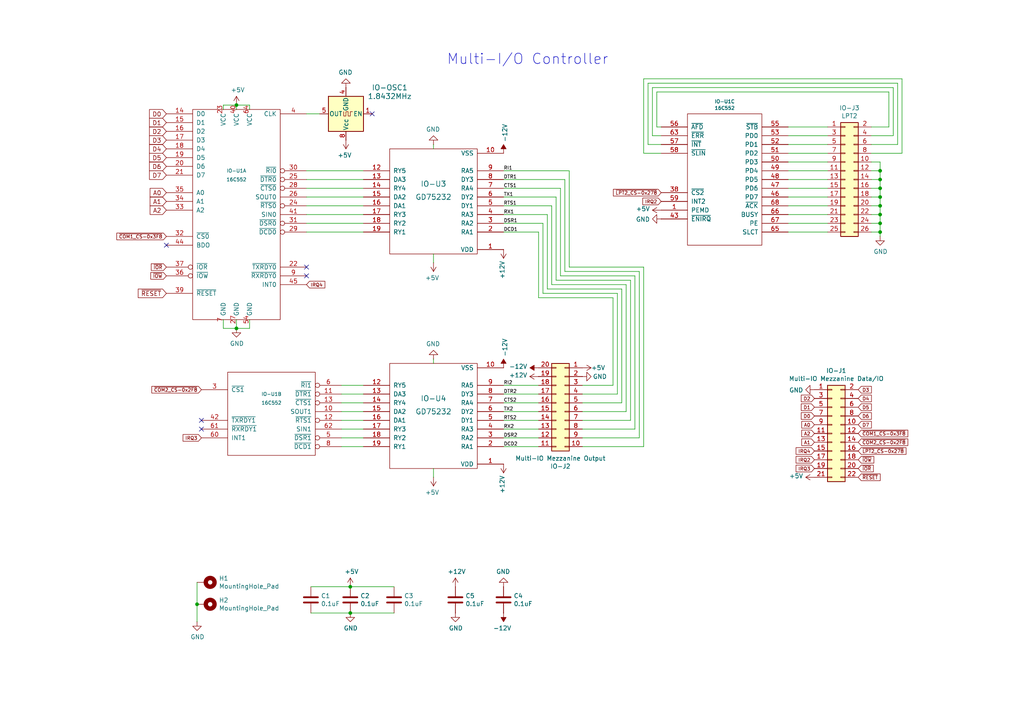
<source format=kicad_sch>
(kicad_sch (version 20250114) (generator "eeschema") (generator_version "9.0")
  (paper "A4")
  (title_block (title "Tandy EX/HX 3-in-1 v2.0 Mutli-IO Mezzanine") (date "2021-10-14") (rev "1.2") (company "Rob Krenicki") (comment 1 "OSHW - Creative Commons Attribution ShareAlike 3.0") (comment 2 "Derrived from designs by:  Sergey Kiselev, James Pearce, Adrian Black"))
  (lib_symbols
    (symbol "3-in-1dual-rescue:GD75232-isa_fdc-rescue-3-in-1-rescue-3-in-1-rescue-3-in-1dual-rescue" (pin_names (offset 1.016))
      (property "Reference" "U" (at 0 1.27 0))
      (property "Value" "3-in-1dual-rescue_GD75232-isa_fdc-rescue-3-in-1-rescue-3-in-1-rescue-3-in-1dual-rescue" (at 0 -1.27 0))
      (symbol "GD75232-isa_fdc-rescue-3-in-1-rescue-3-in-1-rescue-3-in-1dual-rescue_0_1"
        (rectangle (start -12.7 15.24) (end 12.7 -15.24))
      )
      (symbol "GD75232-isa_fdc-rescue-3-in-1-rescue-3-in-1-rescue-3-in-1dual-rescue_1_1"
        (pin power_in line (at -20.32 13.97 0) (length 7.62) (name "VDD") (number "1"))
        (pin input line (at -20.32 8.89 0) (length 7.62) (name "RA1") (number "2"))
        (pin input line (at -20.32 6.35 0) (length 7.62) (name "RA2") (number "3"))
        (pin input line (at -20.32 3.81 0) (length 7.62) (name "RA3") (number "4"))
        (pin output line (at -20.32 1.27 0) (length 7.62) (name "DY1") (number "5"))
        (pin output line (at -20.32 -1.27 0) (length 7.62) (name "DY2") (number "6"))
        (pin input line (at -20.32 -3.81 0) (length 7.62) (name "RA4") (number "7"))
        (pin output line (at -20.32 -6.35 0) (length 7.62) (name "DY3") (number "8"))
        (pin input line (at -20.32 -8.89 0) (length 7.62) (name "RA5") (number "9"))
        (pin power_in line (at -20.32 -13.97 0) (length 7.62) (name "VSS") (number "10"))
        (pin power_in line (at 0 15.24 270) (length 0) (hide yes) (name "VCC") (number "20"))
        (pin power_in line (at 0 -15.24 90) (length 0) (hide yes) (name "GND") (number "11"))
        (pin output line (at 20.32 8.89 180) (length 7.62) (name "RY1") (number "19"))
        (pin output line (at 20.32 6.35 180) (length 7.62) (name "RY2") (number "18"))
        (pin output line (at 20.32 3.81 180) (length 7.62) (name "RY3") (number "17"))
        (pin input line (at 20.32 1.27 180) (length 7.62) (name "DA1") (number "16"))
        (pin input line (at 20.32 -1.27 180) (length 7.62) (name "DA2") (number "15"))
        (pin output line (at 20.32 -3.81 180) (length 7.62) (name "RY4") (number "14"))
        (pin input line (at 20.32 -6.35 180) (length 7.62) (name "DA3") (number "13"))
        (pin output line (at 20.32 -8.89 180) (length 7.62) (name "RY5") (number "12"))
      )
    )
    (symbol "Connector_Generic:Conn_02x10_Counter_Clockwise" (pin_names (offset 1.016) (hide yes))
      (property "Reference" "J" (at 1.27 12.7 0))
      (property "Value" "Conn_02x10_Counter_Clockwise" (at 1.27 -15.24 0))
      (symbol "Conn_02x10_Counter_Clockwise_1_1"
        (rectangle (start -1.27 11.43) (end 3.81 -13.97) (stroke (width 0.254)) (fill (type background)))
        (rectangle (start -1.27 10.287) (end 0 10.033) (stroke (width 0.1524)))
        (rectangle (start -1.27 7.747) (end 0 7.493) (stroke (width 0.1524)))
        (rectangle (start -1.27 5.207) (end 0 4.953) (stroke (width 0.1524)))
        (rectangle (start -1.27 2.667) (end 0 2.413) (stroke (width 0.1524)))
        (rectangle (start -1.27 0.127) (end 0 -0.127) (stroke (width 0.1524)))
        (rectangle (start -1.27 -2.413) (end 0 -2.667) (stroke (width 0.1524)))
        (rectangle (start -1.27 -4.953) (end 0 -5.207) (stroke (width 0.1524)))
        (rectangle (start -1.27 -7.493) (end 0 -7.747) (stroke (width 0.1524)))
        (rectangle (start -1.27 -10.033) (end 0 -10.287) (stroke (width 0.1524)))
        (rectangle (start -1.27 -12.573) (end 0 -12.827) (stroke (width 0.1524)))
        (rectangle (start 3.81 10.287) (end 2.54 10.033) (stroke (width 0.1524)))
        (rectangle (start 3.81 7.747) (end 2.54 7.493) (stroke (width 0.1524)))
        (rectangle (start 3.81 5.207) (end 2.54 4.953) (stroke (width 0.1524)))
        (rectangle (start 3.81 2.667) (end 2.54 2.413) (stroke (width 0.1524)))
        (rectangle (start 3.81 0.127) (end 2.54 -0.127) (stroke (width 0.1524)))
        (rectangle (start 3.81 -2.413) (end 2.54 -2.667) (stroke (width 0.1524)))
        (rectangle (start 3.81 -4.953) (end 2.54 -5.207) (stroke (width 0.1524)))
        (rectangle (start 3.81 -7.493) (end 2.54 -7.747) (stroke (width 0.1524)))
        (rectangle (start 3.81 -10.033) (end 2.54 -10.287) (stroke (width 0.1524)))
        (rectangle (start 3.81 -12.573) (end 2.54 -12.827) (stroke (width 0.1524)))
        (pin passive line (at -5.08 10.16 0) (length 3.81) (name "Pin_1") (number "1"))
        (pin passive line (at -5.08 7.62 0) (length 3.81) (name "Pin_2") (number "2"))
        (pin passive line (at -5.08 5.08 0) (length 3.81) (name "Pin_3") (number "3"))
        (pin passive line (at -5.08 2.54 0) (length 3.81) (name "Pin_4") (number "4"))
        (pin passive line (at -5.08 0 0) (length 3.81) (name "Pin_5") (number "5"))
        (pin passive line (at -5.08 -2.54 0) (length 3.81) (name "Pin_6") (number "6"))
        (pin passive line (at -5.08 -5.08 0) (length 3.81) (name "Pin_7") (number "7"))
        (pin passive line (at -5.08 -7.62 0) (length 3.81) (name "Pin_8") (number "8"))
        (pin passive line (at -5.08 -10.16 0) (length 3.81) (name "Pin_9") (number "9"))
        (pin passive line (at -5.08 -12.7 0) (length 3.81) (name "Pin_10") (number "10"))
        (pin passive line (at 7.62 10.16 180) (length 3.81) (name "Pin_20") (number "20"))
        (pin passive line (at 7.62 7.62 180) (length 3.81) (name "Pin_19") (number "19"))
        (pin passive line (at 7.62 5.08 180) (length 3.81) (name "Pin_18") (number "18"))
        (pin passive line (at 7.62 2.54 180) (length 3.81) (name "Pin_17") (number "17"))
        (pin passive line (at 7.62 0 180) (length 3.81) (name "Pin_16") (number "16"))
        (pin passive line (at 7.62 -2.54 180) (length 3.81) (name "Pin_15") (number "15"))
        (pin passive line (at 7.62 -5.08 180) (length 3.81) (name "Pin_14") (number "14"))
        (pin passive line (at 7.62 -7.62 180) (length 3.81) (name "Pin_13") (number "13"))
        (pin passive line (at 7.62 -10.16 180) (length 3.81) (name "Pin_12") (number "12"))
        (pin passive line (at 7.62 -12.7 180) (length 3.81) (name "Pin_11") (number "11"))
      )
    )
    (symbol "Connector_Generic:Conn_02x11_Odd_Even" (pin_names (offset 1.016) (hide yes))
      (property "Reference" "J" (at 1.27 15.24 0))
      (property "Value" "Conn_02x11_Odd_Even" (at 1.27 -15.24 0))
      (symbol "Conn_02x11_Odd_Even_1_1"
        (rectangle (start -1.27 13.97) (end 3.81 -13.97) (stroke (width 0.254)) (fill (type background)))
        (rectangle (start -1.27 12.827) (end 0 12.573) (stroke (width 0.1524)))
        (rectangle (start -1.27 10.287) (end 0 10.033) (stroke (width 0.1524)))
        (rectangle (start -1.27 7.747) (end 0 7.493) (stroke (width 0.1524)))
        (rectangle (start -1.27 5.207) (end 0 4.953) (stroke (width 0.1524)))
        (rectangle (start -1.27 2.667) (end 0 2.413) (stroke (width 0.1524)))
        (rectangle (start -1.27 0.127) (end 0 -0.127) (stroke (width 0.1524)))
        (rectangle (start -1.27 -2.413) (end 0 -2.667) (stroke (width 0.1524)))
        (rectangle (start -1.27 -4.953) (end 0 -5.207) (stroke (width 0.1524)))
        (rectangle (start -1.27 -7.493) (end 0 -7.747) (stroke (width 0.1524)))
        (rectangle (start -1.27 -10.033) (end 0 -10.287) (stroke (width 0.1524)))
        (rectangle (start -1.27 -12.573) (end 0 -12.827) (stroke (width 0.1524)))
        (rectangle (start 3.81 12.827) (end 2.54 12.573) (stroke (width 0.1524)))
        (rectangle (start 3.81 10.287) (end 2.54 10.033) (stroke (width 0.1524)))
        (rectangle (start 3.81 7.747) (end 2.54 7.493) (stroke (width 0.1524)))
        (rectangle (start 3.81 5.207) (end 2.54 4.953) (stroke (width 0.1524)))
        (rectangle (start 3.81 2.667) (end 2.54 2.413) (stroke (width 0.1524)))
        (rectangle (start 3.81 0.127) (end 2.54 -0.127) (stroke (width 0.1524)))
        (rectangle (start 3.81 -2.413) (end 2.54 -2.667) (stroke (width 0.1524)))
        (rectangle (start 3.81 -4.953) (end 2.54 -5.207) (stroke (width 0.1524)))
        (rectangle (start 3.81 -7.493) (end 2.54 -7.747) (stroke (width 0.1524)))
        (rectangle (start 3.81 -10.033) (end 2.54 -10.287) (stroke (width 0.1524)))
        (rectangle (start 3.81 -12.573) (end 2.54 -12.827) (stroke (width 0.1524)))
        (pin passive line (at -5.08 12.7 0) (length 3.81) (name "Pin_1") (number "1"))
        (pin passive line (at -5.08 10.16 0) (length 3.81) (name "Pin_3") (number "3"))
        (pin passive line (at -5.08 7.62 0) (length 3.81) (name "Pin_5") (number "5"))
        (pin passive line (at -5.08 5.08 0) (length 3.81) (name "Pin_7") (number "7"))
        (pin passive line (at -5.08 2.54 0) (length 3.81) (name "Pin_9") (number "9"))
        (pin passive line (at -5.08 0 0) (length 3.81) (name "Pin_11") (number "11"))
        (pin passive line (at -5.08 -2.54 0) (length 3.81) (name "Pin_13") (number "13"))
        (pin passive line (at -5.08 -5.08 0) (length 3.81) (name "Pin_15") (number "15"))
        (pin passive line (at -5.08 -7.62 0) (length 3.81) (name "Pin_17") (number "17"))
        (pin passive line (at -5.08 -10.16 0) (length 3.81) (name "Pin_19") (number "19"))
        (pin passive line (at -5.08 -12.7 0) (length 3.81) (name "Pin_21") (number "21"))
        (pin passive line (at 7.62 12.7 180) (length 3.81) (name "Pin_2") (number "2"))
        (pin passive line (at 7.62 10.16 180) (length 3.81) (name "Pin_4") (number "4"))
        (pin passive line (at 7.62 7.62 180) (length 3.81) (name "Pin_6") (number "6"))
        (pin passive line (at 7.62 5.08 180) (length 3.81) (name "Pin_8") (number "8"))
        (pin passive line (at 7.62 2.54 180) (length 3.81) (name "Pin_10") (number "10"))
        (pin passive line (at 7.62 0 180) (length 3.81) (name "Pin_12") (number "12"))
        (pin passive line (at 7.62 -2.54 180) (length 3.81) (name "Pin_14") (number "14"))
        (pin passive line (at 7.62 -5.08 180) (length 3.81) (name "Pin_16") (number "16"))
        (pin passive line (at 7.62 -7.62 180) (length 3.81) (name "Pin_18") (number "18"))
        (pin passive line (at 7.62 -10.16 180) (length 3.81) (name "Pin_20") (number "20"))
        (pin passive line (at 7.62 -12.7 180) (length 3.81) (name "Pin_22") (number "22"))
      )
    )
    (symbol "Connector_Generic:Conn_02x13_Odd_Even" (pin_names (offset 1.016) (hide yes))
      (property "Reference" "J" (at 1.27 17.78 0))
      (property "Value" "Conn_02x13_Odd_Even" (at 1.27 -17.78 0))
      (symbol "Conn_02x13_Odd_Even_1_1"
        (rectangle (start -1.27 16.51) (end 3.81 -16.51) (stroke (width 0.254)) (fill (type background)))
        (rectangle (start -1.27 15.367) (end 0 15.113) (stroke (width 0.1524)))
        (rectangle (start -1.27 12.827) (end 0 12.573) (stroke (width 0.1524)))
        (rectangle (start -1.27 10.287) (end 0 10.033) (stroke (width 0.1524)))
        (rectangle (start -1.27 7.747) (end 0 7.493) (stroke (width 0.1524)))
        (rectangle (start -1.27 5.207) (end 0 4.953) (stroke (width 0.1524)))
        (rectangle (start -1.27 2.667) (end 0 2.413) (stroke (width 0.1524)))
        (rectangle (start -1.27 0.127) (end 0 -0.127) (stroke (width 0.1524)))
        (rectangle (start -1.27 -2.413) (end 0 -2.667) (stroke (width 0.1524)))
        (rectangle (start -1.27 -4.953) (end 0 -5.207) (stroke (width 0.1524)))
        (rectangle (start -1.27 -7.493) (end 0 -7.747) (stroke (width 0.1524)))
        (rectangle (start -1.27 -10.033) (end 0 -10.287) (stroke (width 0.1524)))
        (rectangle (start -1.27 -12.573) (end 0 -12.827) (stroke (width 0.1524)))
        (rectangle (start -1.27 -15.113) (end 0 -15.367) (stroke (width 0.1524)))
        (rectangle (start 3.81 15.367) (end 2.54 15.113) (stroke (width 0.1524)))
        (rectangle (start 3.81 12.827) (end 2.54 12.573) (stroke (width 0.1524)))
        (rectangle (start 3.81 10.287) (end 2.54 10.033) (stroke (width 0.1524)))
        (rectangle (start 3.81 7.747) (end 2.54 7.493) (stroke (width 0.1524)))
        (rectangle (start 3.81 5.207) (end 2.54 4.953) (stroke (width 0.1524)))
        (rectangle (start 3.81 2.667) (end 2.54 2.413) (stroke (width 0.1524)))
        (rectangle (start 3.81 0.127) (end 2.54 -0.127) (stroke (width 0.1524)))
        (rectangle (start 3.81 -2.413) (end 2.54 -2.667) (stroke (width 0.1524)))
        (rectangle (start 3.81 -4.953) (end 2.54 -5.207) (stroke (width 0.1524)))
        (rectangle (start 3.81 -7.493) (end 2.54 -7.747) (stroke (width 0.1524)))
        (rectangle (start 3.81 -10.033) (end 2.54 -10.287) (stroke (width 0.1524)))
        (rectangle (start 3.81 -12.573) (end 2.54 -12.827) (stroke (width 0.1524)))
        (rectangle (start 3.81 -15.113) (end 2.54 -15.367) (stroke (width 0.1524)))
        (pin passive line (at -5.08 15.24 0) (length 3.81) (name "Pin_1") (number "1"))
        (pin passive line (at -5.08 12.7 0) (length 3.81) (name "Pin_3") (number "3"))
        (pin passive line (at -5.08 10.16 0) (length 3.81) (name "Pin_5") (number "5"))
        (pin passive line (at -5.08 7.62 0) (length 3.81) (name "Pin_7") (number "7"))
        (pin passive line (at -5.08 5.08 0) (length 3.81) (name "Pin_9") (number "9"))
        (pin passive line (at -5.08 2.54 0) (length 3.81) (name "Pin_11") (number "11"))
        (pin passive line (at -5.08 0 0) (length 3.81) (name "Pin_13") (number "13"))
        (pin passive line (at -5.08 -2.54 0) (length 3.81) (name "Pin_15") (number "15"))
        (pin passive line (at -5.08 -5.08 0) (length 3.81) (name "Pin_17") (number "17"))
        (pin passive line (at -5.08 -7.62 0) (length 3.81) (name "Pin_19") (number "19"))
        (pin passive line (at -5.08 -10.16 0) (length 3.81) (name "Pin_21") (number "21"))
        (pin passive line (at -5.08 -12.7 0) (length 3.81) (name "Pin_23") (number "23"))
        (pin passive line (at -5.08 -15.24 0) (length 3.81) (name "Pin_25") (number "25"))
        (pin passive line (at 7.62 15.24 180) (length 3.81) (name "Pin_2") (number "2"))
        (pin passive line (at 7.62 12.7 180) (length 3.81) (name "Pin_4") (number "4"))
        (pin passive line (at 7.62 10.16 180) (length 3.81) (name "Pin_6") (number "6"))
        (pin passive line (at 7.62 7.62 180) (length 3.81) (name "Pin_8") (number "8"))
        (pin passive line (at 7.62 5.08 180) (length 3.81) (name "Pin_10") (number "10"))
        (pin passive line (at 7.62 2.54 180) (length 3.81) (name "Pin_12") (number "12"))
        (pin passive line (at 7.62 0 180) (length 3.81) (name "Pin_14") (number "14"))
        (pin passive line (at 7.62 -2.54 180) (length 3.81) (name "Pin_16") (number "16"))
        (pin passive line (at 7.62 -5.08 180) (length 3.81) (name "Pin_18") (number "18"))
        (pin passive line (at 7.62 -7.62 180) (length 3.81) (name "Pin_20") (number "20"))
        (pin passive line (at 7.62 -10.16 180) (length 3.81) (name "Pin_22") (number "22"))
        (pin passive line (at 7.62 -12.7 180) (length 3.81) (name "Pin_24") (number "24"))
        (pin passive line (at 7.62 -15.24 180) (length 3.81) (name "Pin_26") (number "26"))
      )
    )
    (symbol "Device:C" (pin_numbers (hide yes)) (pin_names (offset 0.254))
      (property "Reference" "C" (at 0.635 2.54 0))
      (property "Value" "C" (at 0.635 -2.54 0))
      (symbol "C_0_1"
        (polyline (pts (xy -2.032 0.762) (xy 2.032 0.762)) (stroke (width 0.508)))
        (polyline (pts (xy -2.032 -0.762) (xy 2.032 -0.762)) (stroke (width 0.508)))
      )
      (symbol "C_1_1"
        (pin passive line (at 0 3.81 270) (length 2.794) (name "~") (number "1"))
        (pin passive line (at 0 -3.81 90) (length 2.794) (name "~") (number "2"))
      )
    )
    (symbol "Mechanical:MountingHole_Pad" (pin_numbers (hide yes)) (pin_names (offset 1.016) (hide yes)) (in_bom no)
      (property "Reference" "H" (at 0 6.35 0))
      (property "Value" "MountingHole_Pad" (at 0 4.445 0))
      (symbol "MountingHole_Pad_0_1"
        (circle (center 0 1.27) (radius 1.27) (stroke (width 1.27)))
      )
      (symbol "MountingHole_Pad_1_1"
        (pin input line (at 0 -2.54 90) (length 2.54) (name "1") (number "1"))
      )
    )
    (symbol "Oscillator:CXO_DIP8" (pin_names (offset 0.254))
      (property "Reference" "Y" (at -5.08 6.35 0))
      (property "Value" "CXO_DIP8" (at 1.27 -6.35 0))
      (symbol "CXO_DIP8_0_1"
        (rectangle (start -5.08 5.08) (end 5.08 -5.08) (stroke (width 0.254)) (fill (type background)))
        (polyline (pts (xy -1.905 -0.635) (xy -1.27 -0.635) (xy -1.27 0.635) (xy -0.635 0.635) (xy -0.635 -0.635) (xy 0 -0.635) (xy 0 0.635) (xy 0.635 0.635) (xy 0.635 -0.635)))
      )
      (symbol "CXO_DIP8_1_1"
        (pin input line (at -7.62 0 0) (length 2.54) (name "EN") (number "1"))
        (pin power_in line (at 0 7.62 270) (length 2.54) (name "Vcc") (number "8"))
        (pin power_in line (at 0 -7.62 90) (length 2.54) (name "GND") (number "4"))
        (pin output line (at 7.62 0 180) (length 2.54) (name "OUT") (number "5"))
      )
    )
    (symbol "UART:16C552" (pin_names (offset 1.016))
      (property "Reference" "U" (at 0 0 0))
      (property "Value" "UART_16C552" (at 0 -2.54 0))
      (symbol "16C552_1_1"
        (rectangle (start -12.7 17.78) (end 12.7 -43.18))
        (pin tri_state line (at -20.32 16.51 0) (length 7.62) (name "D0") (number "14"))
        (pin tri_state line (at -20.32 13.97 0) (length 7.62) (name "D1") (number "15"))
        (pin tri_state line (at -20.32 11.43 0) (length 7.62) (name "D2") (number "16"))
        (pin tri_state line (at -20.32 8.89 0) (length 7.62) (name "D3") (number "17"))
        (pin tri_state line (at -20.32 6.35 0) (length 7.62) (name "D4") (number "18"))
        (pin tri_state line (at -20.32 3.81 0) (length 7.62) (name "D5") (number "19"))
        (pin tri_state line (at -20.32 1.27 0) (length 7.62) (name "D6") (number "20"))
        (pin tri_state line (at -20.32 -1.27 0) (length 7.62) (name "D7") (number "21"))
        (pin input line (at -20.32 -6.35 0) (length 7.62) (name "A0") (number "35"))
        (pin input line (at -20.32 -8.89 0) (length 7.62) (name "A1") (number "34"))
        (pin input line (at -20.32 -11.43 0) (length 7.62) (name "A2") (number "33"))
        (pin input line (at -20.32 -19.05 0) (length 7.62) (name "~{CS0}") (number "32"))
        (pin output line (at -20.32 -21.59 0) (length 7.62) (name "BDO") (number "44"))
        (pin input inverted (at -20.32 -27.94 0) (length 7.62) (name "~{IOR}") (number "37"))
        (pin input inverted (at -20.32 -30.48 0) (length 7.62) (name "~{IOW}") (number "36"))
        (pin input line (at -20.32 -35.56 0) (length 7.62) (name "~{RESET}") (number "39"))
        (pin power_in line (at -3.81 17.78 270) (length 0) (name "VCC") (number "23"))
        (pin power_in line (at -3.81 -43.18 90) (length 0) (name "GND") (number "7"))
        (pin power_in line (at 0 17.78 270) (length 0) (name "VCC") (number "40"))
        (pin power_in line (at 0 -43.18 90) (length 0) (name "GND") (number "27"))
        (pin power_in line (at 3.81 17.78 270) (length 0) (name "VCC") (number "64"))
        (pin power_in line (at 3.81 -43.18 90) (length 0) (name "GND") (number "54"))
        (pin input line (at 20.32 16.51 180) (length 7.62) (name "CLK") (number "4"))
        (pin input inverted (at 20.32 0 180) (length 7.62) (name "~{RI0}") (number "30"))
        (pin output inverted (at 20.32 -2.54 180) (length 7.62) (name "~{DTR0}") (number "25"))
        (pin input inverted (at 20.32 -5.08 180) (length 7.62) (name "~{CTS0}") (number "28"))
        (pin output line (at 20.32 -7.62 180) (length 7.62) (name "SOUT0") (number "26"))
        (pin output inverted (at 20.32 -10.16 180) (length 7.62) (name "~{RTS0}") (number "24"))
        (pin input line (at 20.32 -12.7 180) (length 7.62) (name "SIN0") (number "41"))
        (pin input inverted (at 20.32 -15.24 180) (length 7.62) (name "~{DSR0}") (number "31"))
        (pin input inverted (at 20.32 -17.78 180) (length 7.62) (name "~{DCD0}") (number "29"))
        (pin output line (at 20.32 -27.94 180) (length 7.62) (name "~{TXRDY0}") (number "22"))
        (pin output line (at 20.32 -30.48 180) (length 7.62) (name "~{RXRDY0}") (number "9"))
        (pin output line (at 20.32 -33.02 180) (length 7.62) (name "INT0") (number "45"))
      )
      (symbol "16C552_2_1"
        (rectangle (start -12.7 3.81) (end 12.7 -20.32))
        (pin input line (at -20.32 -1.27 0) (length 7.62) (name "~{CS1}") (number "3"))
        (pin output line (at -20.32 -10.16 0) (length 7.62) (name "~{TXRDY1}") (number "42"))
        (pin output line (at -20.32 -12.7 0) (length 7.62) (name "~{RXRDY1}") (number "61"))
        (pin input line (at -20.32 -15.24 0) (length 7.62) (name "INT1") (number "60"))
        (pin input inverted (at 20.32 0 180) (length 7.62) (name "~{RI1}") (number "6"))
        (pin output inverted (at 20.32 -2.54 180) (length 7.62) (name "~{DTR1}") (number "11"))
        (pin input inverted (at 20.32 -5.08 180) (length 7.62) (name "~{CTS1}") (number "13"))
        (pin output line (at 20.32 -7.62 180) (length 7.62) (name "SOUT1") (number "10"))
        (pin output inverted (at 20.32 -10.16 180) (length 7.62) (name "~{RTS1}") (number "12"))
        (pin input line (at 20.32 -12.7 180) (length 7.62) (name "SIN1") (number "62"))
        (pin input inverted (at 20.32 -15.24 180) (length 7.62) (name "~{DSR1}") (number "5"))
        (pin input inverted (at 20.32 -17.78 180) (length 7.62) (name "~{DCD1}") (number "8"))
      )
      (symbol "16C552_3_1"
        (rectangle (start -10.16 8.89) (end 11.43 -29.21))
        (pin bidirectional line (at -17.78 5.08 0) (length 7.62) (name "~{AFD}") (number "56"))
        (pin input line (at -17.78 2.54 0) (length 7.62) (name "~{ERR}") (number "63"))
        (pin bidirectional line (at -17.78 0 0) (length 7.62) (name "~{INT}") (number "57"))
        (pin bidirectional line (at -17.78 -2.54 0) (length 7.62) (name "~{SLIN}") (number "58"))
        (pin input line (at -17.78 -13.97 0) (length 7.62) (name "~{CS2}") (number "38"))
        (pin output line (at -17.78 -16.51 0) (length 7.62) (name "INT2") (number "59"))
        (pin input line (at -17.78 -19.05 0) (length 7.62) (name "PEMD") (number "1"))
        (pin input line (at -17.78 -21.59 0) (length 7.62) (name "~{ENIRQ}") (number "43"))
        (pin bidirectional line (at 19.05 5.08 180) (length 7.62) (name "~{STB}") (number "55"))
        (pin bidirectional line (at 19.05 2.54 180) (length 7.62) (name "PD0") (number "53"))
        (pin bidirectional line (at 19.05 0 180) (length 7.62) (name "PD1") (number "52"))
        (pin bidirectional line (at 19.05 -2.54 180) (length 7.62) (name "PD2") (number "51"))
        (pin bidirectional line (at 19.05 -5.08 180) (length 7.62) (name "PD3") (number "50"))
        (pin bidirectional line (at 19.05 -7.62 180) (length 7.62) (name "PD4") (number "49"))
        (pin bidirectional line (at 19.05 -10.16 180) (length 7.62) (name "PD5") (number "48"))
        (pin bidirectional line (at 19.05 -12.7 180) (length 7.62) (name "PD6") (number "47"))
        (pin bidirectional line (at 19.05 -15.24 180) (length 7.62) (name "PD7") (number "46"))
        (pin input line (at 19.05 -17.78 180) (length 7.62) (name "~{ACK}") (number "68"))
        (pin input line (at 19.05 -20.32 180) (length 7.62) (name "BUSY") (number "66"))
        (pin input line (at 19.05 -22.86 180) (length 7.62) (name "PE") (number "67"))
        (pin input line (at 19.05 -25.4 180) (length 7.62) (name "SLCT") (number "65"))
      )
    )
    (symbol "power:+12V" (power) (pin_numbers (hide yes)) (pin_names (offset 0) (hide yes))
      (property "Value" "+12V" (at 0 3.556 0))
      (symbol "+12V_0_1"
        (polyline (pts (xy -0.762 1.27) (xy 0 2.54)))
        (polyline (pts (xy 0 2.54) (xy 0.762 1.27)))
        (polyline (pts (xy 0 0) (xy 0 2.54)))
      )
      (symbol "+12V_1_1"
        (pin power_in line (at 0 0 90) (length 0) (name "~") (number "1"))
      )
    )
    (symbol "power:+5V" (power) (pin_numbers (hide yes)) (pin_names (offset 0) (hide yes))
      (property "Value" "+5V" (at 0 3.556 0))
      (symbol "+5V_0_1"
        (polyline (pts (xy -0.762 1.27) (xy 0 2.54)))
        (polyline (pts (xy 0 2.54) (xy 0.762 1.27)))
        (polyline (pts (xy 0 0) (xy 0 2.54)))
      )
      (symbol "+5V_1_1"
        (pin power_in line (at 0 0 90) (length 0) (name "~") (number "1"))
      )
    )
    (symbol "power:-12V" (power) (pin_numbers (hide yes)) (pin_names (offset 0) (hide yes))
      (property "Value" "-12V" (at 0 3.556 0))
      (symbol "-12V_0_0"
        (pin power_in line (at 0 0 90) (length 0) (name "~") (number "1"))
      )
      (symbol "-12V_0_1"
        (polyline (pts (xy 0 0) (xy 0 1.27) (xy 0.762 1.27) (xy 0 2.54) (xy -0.762 1.27) (xy 0 1.27)) (fill (type outline)))
      )
    )
    (symbol "power:GND" (power) (pin_numbers (hide yes)) (pin_names (offset 0) (hide yes))
      (property "Value" "GND" (at 0 -3.81 0))
      (symbol "GND_0_1"
        (polyline (pts (xy 0 0) (xy 0 -1.27) (xy 1.27 -1.27) (xy 0 -2.54) (xy -1.27 -1.27) (xy 0 -1.27)))
      )
      (symbol "GND_1_1"
        (pin power_in line (at 0 0 270) (length 0) (name "~") (number "1"))
      )
    )
  )
  (text "Multi-I/O Controller" (at 129.54 19.05 0) (effects (font (size 2.9972 2.9972)) (justify left bottom)))
  (junction (at 255.27 62.23))
  (junction (at 255.27 64.77))
  (junction (at 57.15 175.26))
  (junction (at 101.6 170.18))
  (junction (at 255.27 49.53))
  (junction (at 255.27 52.07))
  (junction (at 255.27 59.69))
  (junction (at 68.58 95.25))
  (junction (at 255.27 67.31))
  (junction (at 255.27 54.61))
  (junction (at 68.58 30.48))
  (junction (at 255.27 57.15))
  (junction (at 101.6 177.8))
  (no_connect (at 58.42 124.46))
  (no_connect (at 48.26 71.12))
  (no_connect (at 88.9 80.01))
  (no_connect (at 88.9 77.47))
  (no_connect (at 58.42 121.92))
  (no_connect (at 107.95 33.02))
  (wire (pts (xy 261.62 44.45) (xy 252.73 44.45)))
  (wire (pts (xy 252.73 67.31) (xy 255.27 67.31)))
  (wire (pts (xy 255.27 62.23) (xy 255.27 64.77)))
  (wire (pts (xy 257.81 26.67) (xy 257.81 36.83)))
  (wire (pts (xy 185.42 127) (xy 185.42 78.74)))
  (wire (pts (xy 177.8 111.76) (xy 177.8 86.36)))
  (wire (pts (xy 186.69 22.86) (xy 261.62 22.86)))
  (wire (pts (xy 255.27 64.77) (xy 255.27 67.31)))
  (wire (pts (xy 64.77 31.75) (xy 64.77 30.48)))
  (wire (pts (xy 228.6 41.91) (xy 240.03 41.91)))
  (wire (pts (xy 168.91 116.84) (xy 180.34 116.84)))
  (wire (pts (xy 157.48 85.09) (xy 157.48 64.77)))
  (wire (pts (xy 240.03 54.61) (xy 228.6 54.61)))
  (wire (pts (xy 186.69 44.45) (xy 186.69 22.86)))
  (wire (pts (xy 168.91 129.54) (xy 186.69 129.54)))
  (wire (pts (xy 146.05 114.3) (xy 156.21 114.3)))
  (wire (pts (xy 90.17 170.18) (xy 101.6 170.18)))
  (wire (pts (xy 228.6 62.23) (xy 240.03 62.23)))
  (wire (pts (xy 165.1 77.47) (xy 165.1 49.53)))
  (wire (pts (xy 177.8 86.36) (xy 156.21 86.36)))
  (wire (pts (xy 255.27 54.61) (xy 255.27 57.15)))
  (wire (pts (xy 72.39 95.25) (xy 72.39 92.71)))
  (wire (pts (xy 187.96 24.13) (xy 260.35 24.13)))
  (wire (pts (xy 105.41 121.92) (xy 99.06 121.92)))
  (wire (pts (xy 146.05 111.76) (xy 156.21 111.76)))
  (wire (pts (xy 72.39 30.48) (xy 72.39 31.75)))
  (wire (pts (xy 240.03 39.37) (xy 228.6 39.37)))
  (wire (pts (xy 228.6 46.99) (xy 240.03 46.99)))
  (wire (pts (xy 146.05 64.77) (xy 157.48 64.77)))
  (wire (pts (xy 191.77 44.45) (xy 186.69 44.45)))
  (wire (pts (xy 101.6 177.8) (xy 90.17 177.8)))
  (wire (pts (xy 252.73 49.53) (xy 255.27 49.53)))
  (wire (pts (xy 99.06 119.38) (xy 105.41 119.38)))
  (wire (pts (xy 160.02 59.69) (xy 160.02 82.55)))
  (wire (pts (xy 146.05 54.61) (xy 162.56 54.61)))
  (wire (pts (xy 255.27 67.31) (xy 255.27 68.58)))
  (wire (pts (xy 146.05 57.15) (xy 161.29 57.15)))
  (wire (pts (xy 68.58 30.48) (xy 68.58 31.75)))
  (wire (pts (xy 160.02 82.55) (xy 181.61 82.55)))
  (wire (pts (xy 99.06 124.46) (xy 105.41 124.46)))
  (wire (pts (xy 105.41 116.84) (xy 99.06 116.84)))
  (wire (pts (xy 125.73 104.14) (xy 125.73 105.41)))
  (wire (pts (xy 184.15 124.46) (xy 184.15 80.01)))
  (wire (pts (xy 261.62 22.86) (xy 261.62 44.45)))
  (wire (pts (xy 64.77 95.25) (xy 68.58 95.25)))
  (wire (pts (xy 255.27 59.69) (xy 255.27 62.23)))
  (wire (pts (xy 180.34 83.82) (xy 158.75 83.82)))
  (wire (pts (xy 114.3 170.18) (xy 101.6 170.18)))
  (wire (pts (xy 189.23 39.37) (xy 189.23 25.4)))
  (wire (pts (xy 228.6 57.15) (xy 240.03 57.15)))
  (wire (pts (xy 190.5 36.83) (xy 190.5 26.67)))
  (wire (pts (xy 189.23 25.4) (xy 259.08 25.4)))
  (wire (pts (xy 156.21 86.36) (xy 156.21 67.31)))
  (wire (pts (xy 252.73 59.69) (xy 255.27 59.69)))
  (wire (pts (xy 186.69 129.54) (xy 186.69 77.47)))
  (wire (pts (xy 57.15 168.91) (xy 57.15 175.26)))
  (wire (pts (xy 88.9 49.53) (xy 105.41 49.53)))
  (wire (pts (xy 88.9 54.61) (xy 105.41 54.61)))
  (wire (pts (xy 99.06 129.54) (xy 105.41 129.54)))
  (wire (pts (xy 186.69 77.47) (xy 165.1 77.47)))
  (wire (pts (xy 252.73 62.23) (xy 255.27 62.23)))
  (wire (pts (xy 252.73 64.77) (xy 255.27 64.77)))
  (wire (pts (xy 168.91 121.92) (xy 182.88 121.92)))
  (wire (pts (xy 168.91 114.3) (xy 179.07 114.3)))
  (wire (pts (xy 146.05 67.31) (xy 156.21 67.31)))
  (wire (pts (xy 125.73 138.43) (xy 125.73 135.89)))
  (wire (pts (xy 240.03 44.45) (xy 228.6 44.45)))
  (wire (pts (xy 105.41 52.07) (xy 88.9 52.07)))
  (wire (pts (xy 162.56 80.01) (xy 162.56 54.61)))
  (wire (pts (xy 105.41 62.23) (xy 88.9 62.23)))
  (wire (pts (xy 252.73 52.07) (xy 255.27 52.07)))
  (wire (pts (xy 187.96 41.91) (xy 187.96 24.13)))
  (wire (pts (xy 182.88 81.28) (xy 161.29 81.28)))
  (wire (pts (xy 146.05 119.38) (xy 156.21 119.38)))
  (wire (pts (xy 168.91 127) (xy 185.42 127)))
  (wire (pts (xy 146.05 129.54) (xy 156.21 129.54)))
  (wire (pts (xy 64.77 30.48) (xy 68.58 30.48)))
  (wire (pts (xy 105.41 127) (xy 99.06 127)))
  (wire (pts (xy 114.3 177.8) (xy 101.6 177.8)))
  (wire (pts (xy 57.15 175.26) (xy 57.15 180.34)))
  (wire (pts (xy 99.06 111.76) (xy 105.41 111.76)))
  (wire (pts (xy 68.58 30.48) (xy 72.39 30.48)))
  (wire (pts (xy 255.27 46.99) (xy 255.27 49.53)))
  (wire (pts (xy 168.91 124.46) (xy 184.15 124.46)))
  (wire (pts (xy 105.41 67.31) (xy 88.9 67.31)))
  (wire (pts (xy 146.05 116.84) (xy 156.21 116.84)))
  (wire (pts (xy 181.61 82.55) (xy 181.61 119.38)))
  (wire (pts (xy 191.77 39.37) (xy 189.23 39.37)))
  (wire (pts (xy 255.27 52.07) (xy 255.27 54.61)))
  (wire (pts (xy 240.03 64.77) (xy 228.6 64.77)))
  (wire (pts (xy 88.9 59.69) (xy 105.41 59.69)))
  (wire (pts (xy 228.6 36.83) (xy 240.03 36.83)))
  (wire (pts (xy 185.42 78.74) (xy 163.83 78.74)))
  (wire (pts (xy 180.34 116.84) (xy 180.34 83.82)))
  (wire (pts (xy 190.5 26.67) (xy 257.81 26.67)))
  (wire (pts (xy 158.75 83.82) (xy 158.75 62.23)))
  (wire (pts (xy 168.91 111.76) (xy 177.8 111.76)))
  (wire (pts (xy 260.35 41.91) (xy 252.73 41.91)))
  (wire (pts (xy 257.81 36.83) (xy 252.73 36.83)))
  (wire (pts (xy 179.07 114.3) (xy 179.07 85.09)))
  (wire (pts (xy 125.73 41.91) (xy 125.73 43.18)))
  (wire (pts (xy 68.58 95.25) (xy 72.39 95.25)))
  (wire (pts (xy 163.83 78.74) (xy 163.83 52.07)))
  (wire (pts (xy 146.05 52.07) (xy 163.83 52.07)))
  (wire (pts (xy 252.73 54.61) (xy 255.27 54.61)))
  (wire (pts (xy 146.05 59.69) (xy 160.02 59.69)))
  (wire (pts (xy 146.05 49.53) (xy 165.1 49.53)))
  (wire (pts (xy 260.35 24.13) (xy 260.35 41.91)))
  (wire (pts (xy 259.08 39.37) (xy 252.73 39.37)))
  (wire (pts (xy 191.77 41.91) (xy 187.96 41.91)))
  (wire (pts (xy 105.41 57.15) (xy 88.9 57.15)))
  (wire (pts (xy 228.6 52.07) (xy 240.03 52.07)))
  (wire (pts (xy 88.9 33.02) (xy 92.71 33.02)))
  (wire (pts (xy 182.88 121.92) (xy 182.88 81.28)))
  (wire (pts (xy 255.27 49.53) (xy 255.27 52.07)))
  (wire (pts (xy 161.29 81.28) (xy 161.29 57.15)))
  (wire (pts (xy 179.07 85.09) (xy 157.48 85.09)))
  (wire (pts (xy 240.03 59.69) (xy 228.6 59.69)))
  (wire (pts (xy 99.06 114.3) (xy 105.41 114.3)))
  (wire (pts (xy 228.6 67.31) (xy 240.03 67.31)))
  (wire (pts (xy 252.73 46.99) (xy 255.27 46.99)))
  (wire (pts (xy 240.03 49.53) (xy 228.6 49.53)))
  (wire (pts (xy 146.05 127) (xy 156.21 127)))
  (wire (pts (xy 146.05 62.23) (xy 158.75 62.23)))
  (wire (pts (xy 181.61 119.38) (xy 168.91 119.38)))
  (wire (pts (xy 252.73 57.15) (xy 255.27 57.15)))
  (wire (pts (xy 68.58 95.25) (xy 68.58 92.71)))
  (wire (pts (xy 146.05 124.46) (xy 156.21 124.46)))
  (wire (pts (xy 184.15 80.01) (xy 162.56 80.01)))
  (wire (pts (xy 255.27 57.15) (xy 255.27 59.69)))
  (wire (pts (xy 146.05 121.92) (xy 156.21 121.92)))
  (wire (pts (xy 64.77 92.71) (xy 64.77 95.25)))
  (wire (pts (xy 88.9 64.77) (xy 105.41 64.77)))
  (wire (pts (xy 191.77 36.83) (xy 190.5 36.83)))
  (wire (pts (xy 259.08 25.4) (xy 259.08 39.37)))
  (wire (pts (xy 125.73 76.2) (xy 125.73 73.66)))
  (label "DSR1" (at 146.05 64.77 0) (effects (font (size 0.9906 0.9906))))
  (label "TX2" (at 146.05 119.38 0) (effects (font (size 0.9906 0.9906))))
  (label "RX2" (at 146.05 124.46 0) (effects (font (size 0.9906 0.9906))))
  (label "TX1" (at 146.05 57.15 0) (effects (font (size 0.9906 0.9906))))
  (label "DTR2" (at 146.05 114.3 0) (effects (font (size 0.9906 0.9906))))
  (label "RTS1" (at 146.05 59.69 0) (effects (font (size 0.9906 0.9906))))
  (label "RI1" (at 146.05 49.53 0) (effects (font (size 0.9906 0.9906))))
  (label "DSR2" (at 146.05 127 0) (effects (font (size 0.9906 0.9906))))
  (label "DTR1" (at 146.05 52.07 0) (effects (font (size 0.9906 0.9906))))
  (label "DCD1" (at 146.05 67.31 0) (effects (font (size 0.9906 0.9906))))
  (label "DCD2" (at 146.05 129.54 0) (effects (font (size 0.9906 0.9906))))
  (label "CTS1" (at 146.05 54.61 0) (effects (font (size 0.9906 0.9906))))
  (label "RI2" (at 146.05 111.76 0) (effects (font (size 0.9906 0.9906))))
  (label "RTS2" (at 146.05 121.92 0) (effects (font (size 0.9906 0.9906))))
  (label "CTS2" (at 146.05 116.84 0) (effects (font (size 0.9906 0.9906))))
  (label "RX1" (at 146.05 62.23 0) (effects (font (size 0.9906 0.9906))))
  (global_label "IRQ3" (shape input) (at 58.42 127 180) (effects (font (size 0.9906 0.9906))) (property "Intersheetrefs" "${INTERSHEET_REFS}" (effects (hide yes))))
  (global_label "D1" (shape input) (at 48.26 35.56 180) (property "Intersheetrefs" "${INTERSHEET_REFS}" (effects (hide yes))))
  (global_label "~{COM1_CS-0x3F8}" (shape input) (at 248.92 125.73 0) (effects (font (size 0.9906 0.9906))) (property "Intersheetrefs" "${INTERSHEET_REFS}" (effects (hide yes))))
  (global_label "~{IOW}" (shape input) (at 48.26 80.01 180) (effects (font (size 0.9906 0.9906))) (property "Intersheetrefs" "${INTERSHEET_REFS}" (effects (hide yes))))
  (global_label "D6" (shape input) (at 248.92 120.65 0) (effects (font (size 0.9906 0.9906))) (property "Intersheetrefs" "${INTERSHEET_REFS}" (effects (hide yes))))
  (global_label "~{LPT2_CS-0x278}" (shape input) (at 191.77 55.88 180) (effects (font (size 0.9906 0.9906))) (property "Intersheetrefs" "${INTERSHEET_REFS}" (effects (hide yes))))
  (global_label "A2" (shape input) (at 48.26 60.96 180) (property "Intersheetrefs" "${INTERSHEET_REFS}" (effects (hide yes))))
  (global_label "A1" (shape input) (at 236.22 128.27 180) (effects (font (size 0.9906 0.9906))) (property "Intersheetrefs" "${INTERSHEET_REFS}" (effects (hide yes))))
  (global_label "D2" (shape input) (at 236.22 115.57 180) (effects (font (size 0.9906 0.9906))) (property "Intersheetrefs" "${INTERSHEET_REFS}" (effects (hide yes))))
  (global_label "~{IOR}" (shape input) (at 248.92 135.89 0) (effects (font (size 0.9906 0.9906))) (property "Intersheetrefs" "${INTERSHEET_REFS}" (effects (hide yes))))
  (global_label "D6" (shape input) (at 48.26 48.26 180) (property "Intersheetrefs" "${INTERSHEET_REFS}" (effects (hide yes))))
  (global_label "D0" (shape input) (at 48.26 33.02 180) (property "Intersheetrefs" "${INTERSHEET_REFS}" (effects (hide yes))))
  (global_label "~{IOR}" (shape input) (at 48.26 77.47 180) (effects (font (size 0.9906 0.9906))) (property "Intersheetrefs" "${INTERSHEET_REFS}" (effects (hide yes))))
  (global_label "A1" (shape input) (at 48.26 58.42 180) (property "Intersheetrefs" "${INTERSHEET_REFS}" (effects (hide yes))))
  (global_label "IRQ3" (shape input) (at 236.22 135.89 180) (effects (font (size 0.9906 0.9906))) (property "Intersheetrefs" "${INTERSHEET_REFS}" (effects (hide yes))))
  (global_label "~{LPT2_CS-0x278}" (shape input) (at 248.92 130.81 0) (effects (font (size 0.9906 0.9906))) (property "Intersheetrefs" "${INTERSHEET_REFS}" (effects (hide yes))))
  (global_label "IRQ2" (shape input) (at 236.22 133.35 180) (effects (font (size 0.9906 0.9906))) (property "Intersheetrefs" "${INTERSHEET_REFS}" (effects (hide yes))))
  (global_label "~{COM2_CS-0x2F8}" (shape input) (at 248.92 128.27 0) (effects (font (size 0.9906 0.9906))) (property "Intersheetrefs" "${INTERSHEET_REFS}" (effects (hide yes))))
  (global_label "A2" (shape input) (at 236.22 125.73 180) (effects (font (size 0.9906 0.9906))) (property "Intersheetrefs" "${INTERSHEET_REFS}" (effects (hide yes))))
  (global_label "D1" (shape input) (at 236.22 118.11 180) (effects (font (size 0.9906 0.9906))) (property "Intersheetrefs" "${INTERSHEET_REFS}" (effects (hide yes))))
  (global_label "D7" (shape input) (at 48.26 50.8 180) (property "Intersheetrefs" "${INTERSHEET_REFS}" (effects (hide yes))))
  (global_label "D2" (shape input) (at 48.26 38.1 180) (property "Intersheetrefs" "${INTERSHEET_REFS}" (effects (hide yes))))
  (global_label "D5" (shape input) (at 248.92 118.11 0) (effects (font (size 0.9906 0.9906))) (property "Intersheetrefs" "${INTERSHEET_REFS}" (effects (hide yes))))
  (global_label "D3" (shape input) (at 248.92 113.03 0) (effects (font (size 0.9906 0.9906))) (property "Intersheetrefs" "${INTERSHEET_REFS}" (effects (hide yes))))
  (global_label "D4" (shape input) (at 48.26 43.18 180) (property "Intersheetrefs" "${INTERSHEET_REFS}" (effects (hide yes))))
  (global_label "~{COM1_CS-0x3F8}" (shape input) (at 48.26 68.58 180) (effects (font (size 0.9906 0.9906))) (property "Intersheetrefs" "${INTERSHEET_REFS}" (effects (hide yes))))
  (global_label "D5" (shape input) (at 48.26 45.72 180) (property "Intersheetrefs" "${INTERSHEET_REFS}" (effects (hide yes))))
  (global_label "~{RESET}" (shape input) (at 48.26 85.09 180) (property "Intersheetrefs" "${INTERSHEET_REFS}" (effects (hide yes))))
  (global_label "IRQ2" (shape input) (at 191.77 58.42 180) (effects (font (size 0.9906 0.9906))) (property "Intersheetrefs" "${INTERSHEET_REFS}" (effects (hide yes))))
  (global_label "~{COM2_CS-0x2F8}" (shape input) (at 58.42 113.03 180) (effects (font (size 0.9906 0.9906))) (property "Intersheetrefs" "${INTERSHEET_REFS}" (effects (hide yes))))
  (global_label "~{RESET}" (shape input) (at 248.92 138.43 0) (effects (font (size 0.9906 0.9906))) (property "Intersheetrefs" "${INTERSHEET_REFS}" (effects (hide yes))))
  (global_label "D7" (shape input) (at 248.92 123.19 0) (effects (font (size 0.9906 0.9906))) (property "Intersheetrefs" "${INTERSHEET_REFS}" (effects (hide yes))))
  (global_label "IRQ4" (shape input) (at 236.22 130.81 180) (effects (font (size 0.9906 0.9906))) (property "Intersheetrefs" "${INTERSHEET_REFS}" (effects (hide yes))))
  (global_label "~{IOW}" (shape input) (at 248.92 133.35 0) (effects (font (size 0.9906 0.9906))) (property "Intersheetrefs" "${INTERSHEET_REFS}" (effects (hide yes))))
  (global_label "IRQ4" (shape input) (at 88.9 82.55 0) (effects (font (size 0.9906 0.9906))) (property "Intersheetrefs" "${INTERSHEET_REFS}" (effects (hide yes))))
  (global_label "A0" (shape input) (at 48.26 55.88 180) (property "Intersheetrefs" "${INTERSHEET_REFS}" (effects (hide yes))))
  (global_label "D4" (shape input) (at 248.92 115.57 0) (effects (font (size 0.9906 0.9906))) (property "Intersheetrefs" "${INTERSHEET_REFS}" (effects (hide yes))))
  (global_label "D0" (shape input) (at 236.22 120.65 180) (effects (font (size 0.9906 0.9906))) (property "Intersheetrefs" "${INTERSHEET_REFS}" (effects (hide yes))))
  (global_label "A0" (shape input) (at 236.22 123.19 180) (effects (font (size 0.9906 0.9906))) (property "Intersheetrefs" "${INTERSHEET_REFS}" (effects (hide yes))))
  (global_label "D3" (shape input) (at 48.26 40.64 180) (property "Intersheetrefs" "${INTERSHEET_REFS}" (effects (hide yes))))
  (symbol (lib_id "power:GND") (at 100.33 25.4 180) (unit 1)
    (property "Reference" "#PWR0103" (effects (hide yes)))
    (property "Value" "GND" (at 100.203 21.0058 0))
  )
  (symbol (lib_id "power:GND") (at 68.58 95.25 0) (unit 1)
    (property "Reference" "#PWR0104" (effects (hide yes)))
    (property "Value" "GND" (at 68.707 99.6442 0))
  )
  (symbol (lib_id "power:-12V") (at 146.05 44.45 0) (unit 1)
    (property "Reference" "#PWR0105" (effects (hide yes)))
    (property "Value" "-12V" (at 146.431 41.1988 90) (effects (justify left)))
  )
  (symbol (lib_id "power:+12V") (at 146.05 72.39 180) (unit 1)
    (property "Reference" "#PWR0106" (effects (hide yes)))
    (property "Value" "+12V" (at 145.669 75.6412 90) (effects (justify left)))
  )
  (symbol (lib_id "Oscillator:CXO_DIP8") (at 100.33 33.02 180) (unit 1)
    (property "Reference" "IO-OSC1" (at 113.03 25.4 0) (effects (font (size 1.524 1.524))))
    (property "Value" "1.8432MHz" (at 113.03 27.94 0) (effects (font (size 1.524 1.524))))
    (property "Footprint" "Oscillator:Oscillator_DIP-8" (effects (hide yes)))
  )
  (symbol (lib_id "power:+5V") (at 68.58 30.48 0) (unit 1)
    (property "Reference" "#PWR0107" (effects (hide yes)))
    (property "Value" "+5V" (at 68.961 26.0858 0))
  )
  (symbol (lib_id "power:+5V") (at 100.33 40.64 180) (unit 1)
    (property "Reference" "#PWR0108" (effects (hide yes)))
    (property "Value" "+5V" (at 99.949 45.0342 0))
  )
  (symbol (lib_id "power:+5V") (at 125.73 76.2 180) (unit 1)
    (property "Reference" "#PWR0109" (effects (hide yes)))
    (property "Value" "+5V" (at 125.349 80.5942 0))
  )
  (symbol (lib_id "power:GND") (at 125.73 41.91 180) (unit 1)
    (property "Reference" "#PWR0110" (effects (hide yes)))
    (property "Value" "GND" (at 125.603 37.5158 0))
  )
  (symbol (lib_id "3-in-1dual-rescue:GD75232-isa_fdc-rescue-3-in-1-rescue-3-in-1-rescue-3-in-1dual-rescue") (at 125.73 58.42 180) (unit 1)
    (property "Reference" "IO-U3" (at 125.73 53.34 0) (effects (font (size 1.524 1.524))))
    (property "Value" "GD75232" (at 125.73 57.15 0) (effects (font (size 1.524 1.524))))
    (property "Footprint" "Package_DIP:DIP-20_W7.62mm" (effects (hide yes)))
  )
  (symbol (lib_id "UART:16C552") (at 68.58 49.53 0) (unit 1)
    (property "Reference" "IO-U1" (at 68.58 49.53 0) (effects (font (size 0.9906 0.9906))))
    (property "Value" "16C552" (at 68.58 52.07 0) (effects (font (size 0.9906 0.9906))))
    (property "Footprint" "Package_LCC:PLCC-68_THT-Socket" (effects (hide yes)))
  )
  (symbol (lib_id "power:-12V") (at 146.05 106.68 0) (unit 1)
    (property "Reference" "#PWR0111" (effects (hide yes)))
    (property "Value" "-12V" (at 146.431 103.4288 90) (effects (justify left)))
  )
  (symbol (lib_id "power:+12V") (at 146.05 134.62 180) (unit 1)
    (property "Reference" "#PWR0112" (effects (hide yes)))
    (property "Value" "+12V" (at 145.669 137.8712 90) (effects (justify left)))
  )
  (symbol (lib_id "power:+5V") (at 125.73 138.43 180) (unit 1)
    (property "Reference" "#PWR0113" (effects (hide yes)))
    (property "Value" "+5V" (at 125.349 142.8242 0))
  )
  (symbol (lib_id "power:GND") (at 125.73 104.14 180) (unit 1)
    (property "Reference" "#PWR0114" (effects (hide yes)))
    (property "Value" "GND" (at 125.603 99.7458 0))
  )
  (symbol (lib_id "3-in-1dual-rescue:GD75232-isa_fdc-rescue-3-in-1-rescue-3-in-1-rescue-3-in-1dual-rescue") (at 125.73 120.65 180) (unit 1)
    (property "Reference" "IO-U4" (at 125.73 115.57 0) (effects (font (size 1.524 1.524))))
    (property "Value" "GD75232" (at 125.73 119.38 0) (effects (font (size 1.524 1.524))))
    (property "Footprint" "Package_DIP:DIP-20_W7.62mm" (effects (hide yes)))
  )
  (symbol (lib_id "UART:16C552") (at 78.74 111.76 0) (unit 2)
    (property "Reference" "IO-U1" (at 78.74 114.3 0) (effects (font (size 0.9906 0.9906))))
    (property "Value" "16C552" (at 78.74 116.84 0) (effects (font (size 0.9906 0.9906))))
    (property "Footprint" "Package_LCC:PLCC-68_THT-Socket" (effects (hide yes)))
  )
  (symbol (lib_id "Connector_Generic:Conn_02x13_Odd_Even") (at 245.11 52.07 0) (unit 1)
    (property "Reference" "IO-J3" (at 246.38 31.3182 0))
    (property "Value" "LPT2" (at 246.38 33.6296 0))
    (property "Footprint" "Connector_PinHeader_2.54mm:PinHeader_2x13_P2.54mm_Horizontal" (effects (hide yes)))
  )
  (symbol (lib_id "power:GND") (at 255.27 68.58 0) (unit 1)
    (property "Reference" "#PWR0115" (effects (hide yes)))
    (property "Value" "GND" (at 255.397 72.9742 0))
  )
  (symbol (lib_id "UART:16C552") (at 209.55 41.91 0) (unit 3)
    (property "Reference" "IO-U1" (at 210.185 29.4386 0) (effects (font (size 0.9906 0.9906))))
    (property "Value" "16C552" (at 210.185 31.3436 0) (effects (font (size 0.9906 0.9906))))
    (property "Footprint" "Package_LCC:PLCC-68_THT-Socket" (effects (hide yes)))
  )
  (symbol (lib_id "power:+5V") (at 191.77 60.96 90) (unit 1)
    (property "Reference" "#PWR0116" (effects (hide yes)))
    (property "Value" "+5V" (at 188.5188 60.579 90) (effects (justify left)))
  )
  (symbol (lib_id "power:GND") (at 191.77 63.5 270) (unit 1)
    (property "Reference" "#PWR0117" (effects (hide yes)))
    (property "Value" "GND" (at 188.5188 63.627 90) (effects (justify right)))
  )
  (symbol (lib_id "Connector_Generic:Conn_02x10_Counter_Clockwise") (at 163.83 116.84 0) (mirror y) (unit 1)
    (property "Reference" "IO-J2" (at 162.56 135.255 0))
    (property "Value" "Multi-IO Mezzanine Output" (at 162.56 132.9436 0))
    (property "Footprint" "Connector_PinSocket_2.54mm:PinSocket_2x10_P2.54mm_Vertical" (effects (hide yes)))
  )
  (symbol (lib_id "Connector_Generic:Conn_02x11_Odd_Even") (at 241.3 125.73 0) (unit 1)
    (property "Reference" "IO-J1" (at 242.57 107.5182 0))
    (property "Value" "Multi-IO Mezzanine Data/IO" (at 242.57 109.8296 0))
    (property "Footprint" "Connector_PinSocket_2.54mm:PinSocket_2x11_P2.54mm_Vertical" (effects (hide yes)))
  )
  (symbol (lib_id "power:GND") (at 236.22 113.03 270) (unit 1)
    (property "Reference" "#PWR0122" (effects (hide yes)))
    (property "Value" "GND" (at 232.9688 113.157 90) (effects (justify right)))
  )
  (symbol (lib_id "power:+5V") (at 236.22 138.43 90) (unit 1)
    (property "Reference" "#PWR0123" (effects (hide yes)))
    (property "Value" "+5V" (at 232.9688 138.049 90) (effects (justify left)))
  )
  (symbol (lib_id "power:GND") (at 168.91 109.22 90) (unit 1)
    (property "Reference" "#PWR0124" (effects (hide yes)))
    (property "Value" "GND" (at 173.99 109.22 90))
  )
  (symbol (lib_id "power:+5V") (at 168.91 106.68 270) (unit 1)
    (property "Reference" "#PWR0125" (effects (hide yes)))
    (property "Value" "+5V" (at 171.45 106.68 90) (effects (justify left)))
  )
  (symbol (lib_id "Device:C") (at 132.08 173.99 0) (unit 1)
    (property "Reference" "C5" (at 135.001 172.8216 0) (effects (justify left)))
    (property "Value" "0.1uF" (at 135.001 175.133 0) (effects (justify left)))
    (property "Footprint" "Capacitor_THT:C_Disc_D3.0mm_W2.0mm_P2.50mm" (effects (hide yes)))
  )
  (symbol (lib_id "Device:C") (at 146.05 173.99 0) (unit 1)
    (property "Reference" "C4" (at 148.971 172.8216 0) (effects (justify left)))
    (property "Value" "0.1uF" (at 148.971 175.133 0) (effects (justify left)))
    (property "Footprint" "Capacitor_THT:C_Disc_D3.0mm_W2.0mm_P2.50mm" (effects (hide yes)))
  )
  (symbol (lib_id "power:GND") (at 132.08 177.8 0) (unit 1)
    (property "Reference" "#PWR0118" (effects (hide yes)))
    (property "Value" "GND" (at 132.207 182.1942 0))
  )
  (symbol (lib_id "power:GND") (at 146.05 170.18 180) (unit 1)
    (property "Reference" "#PWR0119" (effects (hide yes)))
    (property "Value" "GND" (at 145.923 165.7858 0))
  )
  (symbol (lib_id "power:-12V") (at 146.05 177.8 180) (unit 1)
    (property "Reference" "#PWR0120" (effects (hide yes)))
    (property "Value" "-12V" (at 145.669 182.1942 0))
  )
  (symbol (lib_id "power:+12V") (at 132.08 170.18 0) (unit 1)
    (property "Reference" "#PWR0121" (effects (hide yes)))
    (property "Value" "+12V" (at 132.461 165.7858 0))
  )
  (symbol (lib_id "power:+12V") (at 156.21 109.22 90) (unit 1)
    (property "Reference" "#PWR0126" (effects (hide yes)))
    (property "Value" "+12V" (at 152.9588 108.839 90) (effects (justify left)))
  )
  (symbol (lib_id "power:-12V") (at 156.21 106.68 90) (unit 1)
    (property "Reference" "#PWR0127" (effects (hide yes)))
    (property "Value" "-12V" (at 152.9588 106.299 90) (effects (justify left)))
  )
  (symbol (lib_id "Device:C") (at 101.6 173.99 0) (unit 1)
    (property "Reference" "C2" (at 104.521 172.8216 0) (effects (justify left)))
    (property "Value" "0.1uF" (at 104.521 175.133 0) (effects (justify left)))
    (property "Footprint" "Capacitor_THT:C_Disc_D3.0mm_W2.0mm_P2.50mm" (effects (hide yes)))
  )
  (symbol (lib_id "Device:C") (at 114.3 173.99 0) (unit 1)
    (property "Reference" "C3" (at 117.221 172.8216 0) (effects (justify left)))
    (property "Value" "0.1uF" (at 117.221 175.133 0) (effects (justify left)))
    (property "Footprint" "Capacitor_THT:C_Disc_D3.0mm_W2.0mm_P2.50mm" (effects (hide yes)))
  )
  (symbol (lib_id "Device:C") (at 90.17 173.99 0) (unit 1)
    (property "Reference" "C1" (at 93.091 172.8216 0) (effects (justify left)))
    (property "Value" "0.1uF" (at 93.091 175.133 0) (effects (justify left)))
    (property "Footprint" "Capacitor_THT:C_Disc_D3.0mm_W2.0mm_P2.50mm" (effects (hide yes)))
  )
  (symbol (lib_id "power:GND") (at 101.6 177.8 0) (unit 1)
    (property "Reference" "#PWR0101" (effects (hide yes)))
    (property "Value" "GND" (at 101.727 182.1942 0))
  )
  (symbol (lib_id "power:+5V") (at 101.6 170.18 0) (unit 1)
    (property "Reference" "#PWR0128" (effects (hide yes)))
    (property "Value" "+5V" (at 101.981 165.7858 0))
  )
  (symbol (lib_id "Mechanical:MountingHole_Pad") (at 59.69 168.91 270) (unit 1)
    (property "Reference" "H1" (at 63.5 167.7416 90) (effects (justify left)))
    (property "Value" "MountingHole_Pad" (at 63.5 170.053 90) (effects (justify left)))
    (property "Footprint" "MountingHole:MountingHole_2.7mm_M2.5_ISO14580_Pad" (effects (hide yes)))
  )
  (symbol (lib_id "Mechanical:MountingHole_Pad") (at 59.69 175.26 270) (unit 1)
    (property "Reference" "H2" (at 63.5 174.0916 90) (effects (justify left)))
    (property "Value" "MountingHole_Pad" (at 63.5 176.403 90) (effects (justify left)))
    (property "Footprint" "MountingHole:MountingHole_2.7mm_M2.5_ISO14580_Pad" (effects (hide yes)))
  )
  (symbol (lib_id "power:GND") (at 57.15 180.34 0) (unit 1)
    (property "Reference" "#PWR0129" (effects (hide yes)))
    (property "Value" "GND" (at 57.277 184.7342 0))
  )
)
</source>
